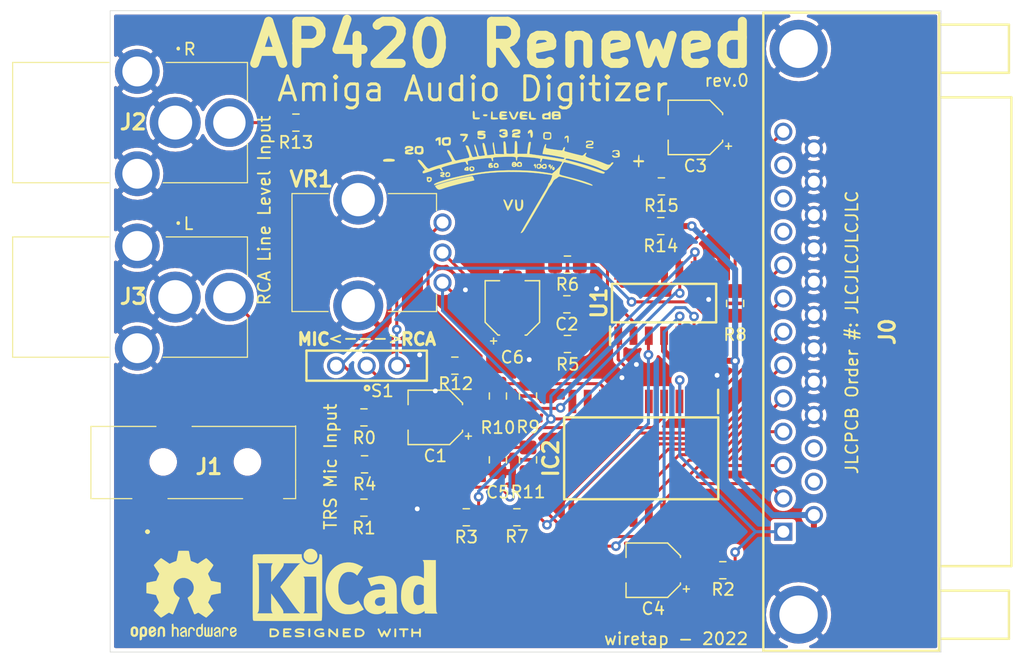
<source format=kicad_pcb>
(kicad_pcb (version 20171130) (host pcbnew "(5.1.6)-1")
  (layers (0 F.Cu signal) (31 B.Cu signal) (34 B.Paste user) (35 F.Paste user) (36 B.SilkS user) (37 F.SilkS user) (38 B.Mask user) (39 F.Mask user) (44 Edge.Cuts user))
  (net 0 "")
  (net 1 "Net-(C1-Pad1)")
  (net 2 "Net-(C1-Pad2)")
  (net 3 "Net-(C2-Pad2)")
  (net 4 VI+)
  (net 5 GND)
  (net 6 "Net-(C3-Pad1)")
  (net 7 VCC)
  (net 8 CLK)
  (net 9 VCENT)
  (net 10 CS)
  (net 11 WR)
  (net 12 "Net-(IC2-Pad5)")
  (net 13 VI-)
  (net 14 "Net-(IC2-Pad10)")
  (net 15 DB7)
  (net 16 DB6)
  (net 17 DB5)
  (net 18 DB4)
  (net 19 DB3)
  (net 20 DB2)
  (net 21 DB1)
  (net 22 DB0)
  (net 23 CLKR)
  (net 24 "Net-(J0-Pad10)")
  (net 25 "Net-(J0-Pad11)")
  (net 26 "Net-(J0-Pad12)")
  (net 27 "Net-(J0-Pad15)")
  (net 28 "Net-(J0-Pad16)")
  (net 29 "Net-(J1-Pad1)")
  (net 30 "Net-(J1-Pad2)")
  (net 31 "Net-(J1-Pad3)")
  (net 32 "Net-(J2-Pad2)")
  (net 33 "Net-(J3-Pad2)")
  (net 34 "Net-(R0-Pad1)")
  (net 35 MIC-IN)
  (net 36 "Net-(R5-Pad1)")
  (net 37 "Net-(R7-Pad1)")
  (net 38 RCA-IN)
  (net 39 "Net-(R14-Pad2)")
  (net 40 "Net-(U1-Pad13)")
  (module SamacSys_Parts:vu-meter-logo (layer F.Cu) (at 192.9 69.8)
    (fp_text reference G*** hide)
    (fp_text value LOGO hide)
  )
  (module Symbol:KiCad-Logo2_6mm_SilkScreen (layer F.Cu) (at 178.9 104.1)
    (fp_text reference REF** hide)
    (fp_text value KiCad-Logo2_6mm_SilkScreen hide)
  )
  (module Symbol:OSHW-Logo2_9.8x8mm_SilkScreen (layer F.Cu) (at 165.5 105)
    (fp_text reference REF** hide)
    (fp_text value OSHW-Logo2_9.8x8mm_SilkScreen hide)
  )
  (module Capacitor_SMD:CP_Elec_4x5.8 (layer F.Cu) (at 186.4 90.2 180)
    (fp_text reference C1 (at 0 -3.2) (layer F.SilkS))
    (fp_text value 10u)
    (pad 1 smd roundrect (at -1.8 0 180) (size 2.6 1.6) (layers F.Cu F.Paste F.Mask) (roundrect_rratio 0.15625) (net 1 "Net-(C1-Pad1)"))
    (pad 2 smd roundrect (at 1.8 0 180) (size 2.6 1.6) (layers F.Cu F.Paste F.Mask) (roundrect_rratio 0.15625) (net 2 "Net-(C1-Pad2)"))
  )
  (module Capacitor_SMD:C_0805_2012Metric_Pad1.15x1.40mm_HandSolder (layer F.Cu) (at 197.325 80.8 180)
    (fp_text reference C2 (at 0 -1.65) (layer F.SilkS))
    (fp_text value 220p)
    (pad 2 smd roundrect (at 1.025 0 180) (size 1.15 1.4) (layers F.Cu F.Paste F.Mask) (roundrect_rratio 0.217391) (net 3 "Net-(C2-Pad2)"))
    (pad 1 smd roundrect (at -1.025 0 180) (size 1.15 1.4) (layers F.Cu F.Paste F.Mask) (roundrect_rratio 0.217391) (net 4 VI+))
  )
  (module Capacitor_SMD:CP_Elec_4x5.8 (layer F.Cu) (at 208 66.1 180)
    (fp_text reference C3 (at 0 -3.2) (layer F.SilkS))
    (fp_text value 10u)
    (pad 2 smd roundrect (at 1.8 0 180) (size 2.6 1.6) (layers F.Cu F.Paste F.Mask) (roundrect_rratio 0.15625) (net 5 GND))
    (pad 1 smd roundrect (at -1.8 0 180) (size 2.6 1.6) (layers F.Cu F.Paste F.Mask) (roundrect_rratio 0.15625) (net 6 "Net-(C3-Pad1)"))
  )
  (module Capacitor_SMD:CP_Elec_4x5.8 (layer F.Cu) (at 204.5 102.9 180)
    (fp_text reference C4 (at 0 -3.2) (layer F.SilkS))
    (fp_text value 10u)
    (pad 2 smd roundrect (at 1.8 0 180) (size 2.6 1.6) (layers F.Cu F.Paste F.Mask) (roundrect_rratio 0.15625) (net 5 GND))
    (pad 1 smd roundrect (at -1.8 0 180) (size 2.6 1.6) (layers F.Cu F.Paste F.Mask) (roundrect_rratio 0.15625) (net 7 VCC))
  )
  (module Capacitor_SMD:C_0805_2012Metric_Pad1.15x1.40mm_HandSolder (layer F.Cu) (at 191.6 93.725 270)
    (fp_text reference C5 (at 2.7 0 180) (layer F.SilkS))
    (fp_text value 100p)
    (pad 1 smd roundrect (at -1.025 0 270) (size 1.15 1.4) (layers F.Cu F.Paste F.Mask) (roundrect_rratio 0.217391) (net 8 CLK))
    (pad 2 smd roundrect (at 1.025 0 270) (size 1.15 1.4) (layers F.Cu F.Paste F.Mask) (roundrect_rratio 0.217391) (net 5 GND))
  )
  (module Capacitor_SMD:CP_Elec_4x5.8 (layer F.Cu) (at 192.8 81.1 90)
    (fp_text reference C6 (at -4.1 0 180) (layer F.SilkS))
    (fp_text value 10u)
    (pad 1 smd roundrect (at -1.8 0 90) (size 2.6 1.6) (layers F.Cu F.Paste F.Mask) (roundrect_rratio 0.15625) (net 9 VCENT))
    (pad 2 smd roundrect (at 1.8 0 90) (size 2.6 1.6) (layers F.Cu F.Paste F.Mask) (roundrect_rratio 0.15625) (net 5 GND))
  )
  (module SOIC127P1030X265-20N (layer F.Cu) (at 203.5 93.6 270)
    (fp_text reference IC2 (at 0 7.5 90) (layer F.SilkS) (effects (font (size 1.27 1.27) (thickness 0.254))))
    (fp_text value ADC0804LCWMX_NOPB hide)
    (pad 1 smd rect (at -4.725 -5.715) (size 0.65 1.95) (layers F.Cu F.Paste F.Mask) (net 10 CS))
    (pad 2 smd rect (at -4.725 -4.445) (size 0.65 1.95) (layers F.Cu F.Paste F.Mask) (net 5 GND))
    (pad 3 smd rect (at -4.725 -3.175) (size 0.65 1.95) (layers F.Cu F.Paste F.Mask) (net 11 WR))
    (pad 4 smd rect (at -4.725 -1.905) (size 0.65 1.95) (layers F.Cu F.Paste F.Mask) (net 8 CLK))
    (pad 5 smd rect (at -4.725 -0.635) (size 0.65 1.95) (layers F.Cu F.Paste F.Mask) (net 12 "Net-(IC2-Pad5)"))
    (pad 6 smd rect (at -4.725 0.635) (size 0.65 1.95) (layers F.Cu F.Paste F.Mask) (net 4 VI+))
    (pad 7 smd rect (at -4.725 1.905) (size 0.65 1.95) (layers F.Cu F.Paste F.Mask) (net 13 VI-))
    (pad 8 smd rect (at -4.725 3.175) (size 0.65 1.95) (layers F.Cu F.Paste F.Mask) (net 13 VI-))
    (pad 9 smd rect (at -4.725 4.445) (size 0.65 1.95) (layers F.Cu F.Paste F.Mask) (net 9 VCENT))
    (pad 10 smd rect (at -4.725 5.715) (size 0.65 1.95) (layers F.Cu F.Paste F.Mask) (net 14 "Net-(IC2-Pad10)"))
    (pad 11 smd rect (at 4.725 5.715) (size 0.65 1.95) (layers F.Cu F.Paste F.Mask) (net 15 DB7))
    (pad 12 smd rect (at 4.725 4.445) (size 0.65 1.95) (layers F.Cu F.Paste F.Mask) (net 16 DB6))
    (pad 13 smd rect (at 4.725 3.175) (size 0.65 1.95) (layers F.Cu F.Paste F.Mask) (net 17 DB5))
    (pad 14 smd rect (at 4.725 1.905) (size 0.65 1.95) (layers F.Cu F.Paste F.Mask) (net 18 DB4))
    (pad 15 smd rect (at 4.725 0.635) (size 0.65 1.95) (layers F.Cu F.Paste F.Mask) (net 19 DB3))
    (pad 16 smd rect (at 4.725 -0.635) (size 0.65 1.95) (layers F.Cu F.Paste F.Mask) (net 20 DB2))
    (pad 17 smd rect (at 4.725 -1.905) (size 0.65 1.95) (layers F.Cu F.Paste F.Mask) (net 21 DB1))
    (pad 18 smd rect (at 4.725 -3.175) (size 0.65 1.95) (layers F.Cu F.Paste F.Mask) (net 22 DB0))
    (pad 19 smd rect (at 4.725 -4.445) (size 0.65 1.95) (layers F.Cu F.Paste F.Mask) (net 23 CLKR))
    (pad 20 smd rect (at 4.725 -5.715) (size 0.65 1.95) (layers F.Cu F.Paste F.Mask) (net 7 VCC))
  )
  (module L717SDB25P1ACH4F (layer F.Cu) (at 215.3 99.7 90)
    (fp_text reference J0 (at 16.62 8.64 90) (layer F.SilkS) (effects (font (size 1.27 1.27) (thickness 0.254))))
    (fp_text value L717SDB25P1ACH4F hide)
    (pad 1 thru_hole rect (at 0 0 90) (size 1.5 1.5) (drill 1) (layers *.Cu *.Mask) (net 11 WR))
    (pad 2 thru_hole circle (at 2.77 0 90) (size 1.5 1.5) (drill 1) (layers *.Cu *.Mask) (net 22 DB0))
    (pad 3 thru_hole circle (at 5.54 0 90) (size 1.5 1.5) (drill 1) (layers *.Cu *.Mask) (net 21 DB1))
    (pad 4 thru_hole circle (at 8.31 0 90) (size 1.5 1.5) (drill 1) (layers *.Cu *.Mask) (net 20 DB2))
    (pad 5 thru_hole circle (at 11.08 0 90) (size 1.5 1.5) (drill 1) (layers *.Cu *.Mask) (net 19 DB3))
    (pad 6 thru_hole circle (at 13.85 0 90) (size 1.5 1.5) (drill 1) (layers *.Cu *.Mask) (net 18 DB4))
    (pad 7 thru_hole circle (at 16.62 0 90) (size 1.5 1.5) (drill 1) (layers *.Cu *.Mask) (net 17 DB5))
    (pad 8 thru_hole circle (at 19.39 0 90) (size 1.5 1.5) (drill 1) (layers *.Cu *.Mask) (net 16 DB6))
    (pad 9 thru_hole circle (at 22.16 0 90) (size 1.5 1.5) (drill 1) (layers *.Cu *.Mask) (net 15 DB7))
    (pad 10 thru_hole circle (at 24.93 0 90) (size 1.5 1.5) (drill 1) (layers *.Cu *.Mask) (net 24 "Net-(J0-Pad10)"))
    (pad 11 thru_hole circle (at 27.7 0 90) (size 1.5 1.5) (drill 1) (layers *.Cu *.Mask) (net 25 "Net-(J0-Pad11)"))
    (pad 12 thru_hole circle (at 30.47 0 90) (size 1.5 1.5) (drill 1) (layers *.Cu *.Mask) (net 26 "Net-(J0-Pad12)"))
    (pad 13 thru_hole circle (at 33.24 0 90) (size 1.5 1.5) (drill 1) (layers *.Cu *.Mask) (net 10 CS))
    (pad 14 thru_hole circle (at 1.385 2.54 90) (size 1.5 1.5) (drill 1) (layers *.Cu *.Mask) (net 7 VCC))
    (pad 15 thru_hole circle (at 4.155 2.54 90) (size 1.5 1.5) (drill 1) (layers *.Cu *.Mask) (net 27 "Net-(J0-Pad15)"))
    (pad 16 thru_hole circle (at 6.925 2.54 90) (size 1.5 1.5) (drill 1) (layers *.Cu *.Mask) (net 28 "Net-(J0-Pad16)"))
    (pad 17 thru_hole circle (at 9.695 2.54 90) (size 1.5 1.5) (drill 1) (layers *.Cu *.Mask) (net 5 GND))
    (pad 18 thru_hole circle (at 12.465 2.54 90) (size 1.5 1.5) (drill 1) (layers *.Cu *.Mask) (net 5 GND))
    (pad 19 thru_hole circle (at 15.235 2.54 90) (size 1.5 1.5) (drill 1) (layers *.Cu *.Mask) (net 5 GND))
    (pad 20 thru_hole circle (at 18.005 2.54 90) (size 1.5 1.5) (drill 1) (layers *.Cu *.Mask) (net 5 GND))
    (pad 21 thru_hole circle (at 20.775 2.54 90) (size 1.5 1.5) (drill 1) (layers *.Cu *.Mask) (net 5 GND))
    (pad 22 thru_hole circle (at 23.545 2.54 90) (size 1.5 1.5) (drill 1) (layers *.Cu *.Mask) (net 5 GND))
    (pad 23 thru_hole circle (at 26.315 2.54 90) (size 1.5 1.5) (drill 1) (layers *.Cu *.Mask) (net 5 GND))
    (pad 24 thru_hole circle (at 29.085 2.54 90) (size 1.5 1.5) (drill 1) (layers *.Cu *.Mask) (net 5 GND))
    (pad 25 thru_hole circle (at 31.855 2.54 90) (size 1.5 1.5) (drill 1) (layers *.Cu *.Mask) (net 5 GND))
    (pad MH1 thru_hole circle (at -6.9 1.27 90) (size 4.8 4.8) (drill 3.2) (layers *.Cu *.Mask) (net 5 GND))
    (pad MH2 thru_hole circle (at 40.14 1.27 90) (size 4.8 4.8) (drill 3.2) (layers *.Cu *.Mask) (net 5 GND))
  )
  (module SJ3523SMTTR (layer F.Cu) (at 160.3 93.9)
    (fp_text reference J1 (at 7.3 0.4) (layer F.SilkS) (effects (font (size 1.27 1.27) (thickness 0.254))))
    (fp_text value SJ-3523-SMT-TR hide)
    (pad 1 smd rect (at 2.4 3.7) (size 2.2 2.8) (layers F.Cu F.Paste F.Mask) (net 29 "Net-(J1-Pad1)"))
    (pad 2 smd rect (at 11.8 3.8 90) (size 2.6 2.8) (layers F.Cu F.Paste F.Mask) (net 30 "Net-(J1-Pad2)"))
    (pad 3 smd rect (at 4.4 -3.7) (size 2.2 2.8) (layers F.Cu F.Paste F.Mask) (net 31 "Net-(J1-Pad3)"))
    (pad MH1 np_thru_hole circle (at 3.5 0) (size 1.7 0) (drill 1.7) (layers *.Cu *.Mask))
    (pad MH2 np_thru_hole circle (at 10.5 0) (size 1.7 0) (drill 1.7) (layers *.Cu *.Mask))
  )
  (module RCJ042 (layer F.Cu) (at 164.8 65.7 180)
    (fp_text reference J2 (at 3.491 0.045) (layer F.SilkS) (effects (font (size 1.27 1.27) (thickness 0.254))))
    (fp_text value RCJ-042 hide)
    (pad 1 thru_hole circle (at 0 0 180) (size 4.23 4.23) (drill 2.82) (layers *.Cu *.Mask) (net 5 GND))
    (pad 2 thru_hole circle (at -4.5 0 180) (size 4.035 4.035) (drill 2.69) (layers *.Cu *.Mask) (net 32 "Net-(J2-Pad2)"))
    (pad MH1 thru_hole circle (at 3.15 -4.25 180) (size 3.72 3.72) (drill 2.48) (layers *.Cu *.Mask) (net 5 GND))
    (pad MH2 thru_hole circle (at 3.15 4.25 180) (size 3.72 3.72) (drill 2.48) (layers *.Cu *.Mask) (net 5 GND))
  )
  (module RCJ043 (layer F.Cu) (at 164.8 80.2 180)
    (fp_text reference J3 (at 3.491 0.045) (layer F.SilkS) (effects (font (size 1.27 1.27) (thickness 0.254))))
    (fp_text value RCJ-043 hide)
    (pad 1 thru_hole circle (at 0 0 180) (size 4.23 4.23) (drill 2.82) (layers *.Cu *.Mask) (net 5 GND))
    (pad 2 thru_hole circle (at -4.5 0 180) (size 4.035 4.035) (drill 2.69) (layers *.Cu *.Mask) (net 33 "Net-(J3-Pad2)"))
    (pad MH1 thru_hole circle (at 3.15 -4.25 180) (size 3.72 3.72) (drill 2.48) (layers *.Cu *.Mask) (net 5 GND))
    (pad MH2 thru_hole circle (at 3.15 4.25 180) (size 3.72 3.72) (drill 2.48) (layers *.Cu *.Mask) (net 5 GND))
  )
  (module Resistor_SMD:R_0805_2012Metric_Pad1.15x1.40mm_HandSolder (layer F.Cu) (at 180.475 90.2)
    (fp_text reference R0 (at 0.025 1.7) (layer F.SilkS))
    (fp_text value 10k)
    (pad 1 smd roundrect (at -1.025 0) (size 1.15 1.4) (layers F.Cu F.Paste F.Mask) (roundrect_rratio 0.217391) (net 34 "Net-(R0-Pad1)"))
    (pad 2 smd roundrect (at 1.025 0) (size 1.15 1.4) (layers F.Cu F.Paste F.Mask) (roundrect_rratio 0.217391) (net 31 "Net-(J1-Pad3)"))
  )
  (module Resistor_SMD:R_0805_2012Metric_Pad1.15x1.40mm_HandSolder (layer F.Cu) (at 180.475 97.7)
    (fp_text reference R1 (at 0 1.7) (layer F.SilkS))
    (fp_text value 10k)
    (pad 2 smd roundrect (at 1.025 0) (size 1.15 1.4) (layers F.Cu F.Paste F.Mask) (roundrect_rratio 0.217391) (net 30 "Net-(J1-Pad2)"))
    (pad 1 smd roundrect (at -1.025 0) (size 1.15 1.4) (layers F.Cu F.Paste F.Mask) (roundrect_rratio 0.217391) (net 34 "Net-(R0-Pad1)"))
  )
  (module Resistor_SMD:R_0805_2012Metric_Pad1.15x1.40mm_HandSolder (layer F.Cu) (at 210.275 102.9)
    (fp_text reference R2 (at 0.025 1.6) (layer F.SilkS))
    (fp_text value 2.2k)
    (pad 1 smd roundrect (at -1.025 0) (size 1.15 1.4) (layers F.Cu F.Paste F.Mask) (roundrect_rratio 0.217391) (net 7 VCC))
    (pad 2 smd roundrect (at 1.025 0) (size 1.15 1.4) (layers F.Cu F.Paste F.Mask) (roundrect_rratio 0.217391) (net 11 WR))
  )
  (module Resistor_SMD:R_0805_2012Metric_Pad1.15x1.40mm_HandSolder (layer F.Cu) (at 188.975 98.5 180)
    (fp_text reference R3 (at 0 -1.65) (layer F.SilkS))
    (fp_text value 10k)
    (pad 2 smd roundrect (at 1.025 0 180) (size 1.15 1.4) (layers F.Cu F.Paste F.Mask) (roundrect_rratio 0.217391) (net 29 "Net-(J1-Pad1)"))
    (pad 1 smd roundrect (at -1.025 0 180) (size 1.15 1.4) (layers F.Cu F.Paste F.Mask) (roundrect_rratio 0.217391) (net 9 VCENT))
  )
  (module Resistor_SMD:R_0805_2012Metric_Pad1.15x1.40mm_HandSolder (layer F.Cu) (at 180.525 94.1 180)
    (fp_text reference R4 (at 0 -1.65) (layer F.SilkS))
    (fp_text value 1M)
    (pad 1 smd roundrect (at -1.025 0 180) (size 1.15 1.4) (layers F.Cu F.Paste F.Mask) (roundrect_rratio 0.217391) (net 35 MIC-IN))
    (pad 2 smd roundrect (at 1.025 0 180) (size 1.15 1.4) (layers F.Cu F.Paste F.Mask) (roundrect_rratio 0.217391) (net 34 "Net-(R0-Pad1)"))
  )
  (module Resistor_SMD:R_0805_2012Metric_Pad1.15x1.40mm_HandSolder (layer F.Cu) (at 197.375 84.1)
    (fp_text reference R5 (at 0.025 1.7) (layer F.SilkS))
    (fp_text value 22k)
    (pad 2 smd roundrect (at 1.025 0) (size 1.15 1.4) (layers F.Cu F.Paste F.Mask) (roundrect_rratio 0.217391) (net 3 "Net-(C2-Pad2)"))
    (pad 1 smd roundrect (at -1.025 0) (size 1.15 1.4) (layers F.Cu F.Paste F.Mask) (roundrect_rratio 0.217391) (net 36 "Net-(R5-Pad1)"))
  )
  (module Resistor_SMD:R_0805_2012Metric_Pad1.15x1.40mm_HandSolder (layer F.Cu) (at 197.375 77.5 180)
    (fp_text reference R6 (at 0 -1.65) (layer F.SilkS))
    (fp_text value 100k)
    (pad 1 smd roundrect (at -1.025 0 180) (size 1.15 1.4) (layers F.Cu F.Paste F.Mask) (roundrect_rratio 0.217391) (net 4 VI+))
    (pad 2 smd roundrect (at 1.025 0 180) (size 1.15 1.4) (layers F.Cu F.Paste F.Mask) (roundrect_rratio 0.217391) (net 3 "Net-(C2-Pad2)"))
  )
  (module Resistor_SMD:R_0805_2012Metric_Pad1.15x1.40mm_HandSolder (layer F.Cu) (at 193.175 98.5 180)
    (fp_text reference R7 (at 0 -1.6) (layer F.SilkS))
    (fp_text value 22k)
    (pad 2 smd roundrect (at 1.025 0 180) (size 1.15 1.4) (layers F.Cu F.Paste F.Mask) (roundrect_rratio 0.217391) (net 9 VCENT))
    (pad 1 smd roundrect (at -1.025 0 180) (size 1.15 1.4) (layers F.Cu F.Paste F.Mask) (roundrect_rratio 0.217391) (net 37 "Net-(R7-Pad1)"))
  )
  (module Resistor_SMD:R_0805_2012Metric_Pad1.15x1.40mm_HandSolder (layer F.Cu) (at 211.3 80.725 90)
    (fp_text reference R8 (at -2.6 0 180) (layer F.SilkS))
    (fp_text value 3.3k)
    (pad 1 smd roundrect (at -1.025 0 90) (size 1.15 1.4) (layers F.Cu F.Paste F.Mask) (roundrect_rratio 0.217391) (net 7 VCC))
    (pad 2 smd roundrect (at 1.025 0 90) (size 1.15 1.4) (layers F.Cu F.Paste F.Mask) (roundrect_rratio 0.217391) (net 6 "Net-(C3-Pad1)"))
  )
  (module Resistor_SMD:R_0805_2012Metric_Pad1.15x1.40mm_HandSolder (layer F.Cu) (at 194.1 88.425 90)
    (fp_text reference R9 (at -2.575 0 180) (layer F.SilkS))
    (fp_text value 1.5k)
    (pad 2 smd roundrect (at 1.025 0 90) (size 1.15 1.4) (layers F.Cu F.Paste F.Mask) (roundrect_rratio 0.217391) (net 13 VI-))
    (pad 1 smd roundrect (at -1.025 0 90) (size 1.15 1.4) (layers F.Cu F.Paste F.Mask) (roundrect_rratio 0.217391) (net 6 "Net-(C3-Pad1)"))
  )
  (module Resistor_SMD:R_0805_2012Metric_Pad1.15x1.40mm_HandSolder (layer F.Cu) (at 191.6 88.425 270)
    (fp_text reference R10 (at 2.625 0 180) (layer F.SilkS))
    (fp_text value 470)
    (pad 1 smd roundrect (at -1.025 0 270) (size 1.15 1.4) (layers F.Cu F.Paste F.Mask) (roundrect_rratio 0.217391) (net 13 VI-))
    (pad 2 smd roundrect (at 1.025 0 270) (size 1.15 1.4) (layers F.Cu F.Paste F.Mask) (roundrect_rratio 0.217391) (net 5 GND))
  )
  (module Resistor_SMD:R_0805_2012Metric_Pad1.15x1.40mm_HandSolder (layer F.Cu) (at 194.1 93.725 90)
    (fp_text reference R11 (at -2.675 0 180) (layer F.SilkS))
    (fp_text value 1.5k)
    (pad 2 smd roundrect (at 1.025 0 90) (size 1.15 1.4) (layers F.Cu F.Paste F.Mask) (roundrect_rratio 0.217391) (net 8 CLK))
    (pad 1 smd roundrect (at -1.025 0 90) (size 1.15 1.4) (layers F.Cu F.Paste F.Mask) (roundrect_rratio 0.217391) (net 23 CLKR))
  )
  (module Resistor_SMD:R_0805_2012Metric_Pad1.15x1.40mm_HandSolder (layer F.Cu) (at 188.025 85.9)
    (fp_text reference R12 (at 0.075 1.5) (layer F.SilkS))
    (fp_text value 1k)
    (pad 2 smd roundrect (at 1.025 0) (size 1.15 1.4) (layers F.Cu F.Paste F.Mask) (roundrect_rratio 0.217391) (net 33 "Net-(J3-Pad2)"))
    (pad 1 smd roundrect (at -1.025 0) (size 1.15 1.4) (layers F.Cu F.Paste F.Mask) (roundrect_rratio 0.217391) (net 38 RCA-IN))
  )
  (module Resistor_SMD:R_0805_2012Metric_Pad1.15x1.40mm_HandSolder (layer F.Cu) (at 174.825 65.7 180)
    (fp_text reference R13 (at 0 -1.65) (layer F.SilkS))
    (fp_text value 1k)
    (pad 1 smd roundrect (at -1.025 0 180) (size 1.15 1.4) (layers F.Cu F.Paste F.Mask) (roundrect_rratio 0.217391) (net 38 RCA-IN))
    (pad 2 smd roundrect (at 1.025 0 180) (size 1.15 1.4) (layers F.Cu F.Paste F.Mask) (roundrect_rratio 0.217391) (net 32 "Net-(J2-Pad2)"))
  )
  (module Resistor_SMD:R_0805_2012Metric_Pad1.15x1.40mm_HandSolder (layer F.Cu) (at 205.125 74.3 180)
    (fp_text reference R14 (at 0 -1.65) (layer F.SilkS))
    (fp_text value 1M)
    (pad 2 smd roundrect (at 1.025 0 180) (size 1.15 1.4) (layers F.Cu F.Paste F.Mask) (roundrect_rratio 0.217391) (net 39 "Net-(R14-Pad2)"))
    (pad 1 smd roundrect (at -1.025 0 180) (size 1.15 1.4) (layers F.Cu F.Paste F.Mask) (roundrect_rratio 0.217391) (net 7 VCC))
  )
  (module Resistor_SMD:R_0805_2012Metric_Pad1.15x1.40mm_HandSolder (layer F.Cu) (at 205.175 71)
    (fp_text reference R15 (at 0 1.6) (layer F.SilkS))
    (fp_text value 1M)
    (pad 1 smd roundrect (at -1.025 0) (size 1.15 1.4) (layers F.Cu F.Paste F.Mask) (roundrect_rratio 0.217391) (net 39 "Net-(R14-Pad2)"))
    (pad 2 smd roundrect (at 1.025 0) (size 1.15 1.4) (layers F.Cu F.Paste F.Mask) (roundrect_rratio 0.217391) (net 5 GND))
  )
  (module 450301014042 (layer F.Cu) (at 178.7 87.9 180)
    (fp_text reference S1 (at -3.3 -0.1) (layer F.SilkS))
    (fp_text value 450301014042 hide)
    (pad 1 thru_hole circle (at -2 2 180) (size 1.5 1.5) (drill 1) (layers *.Cu *.Mask) (net 2 "Net-(C1-Pad2)"))
    (pad 2 thru_hole circle (at -4.54 2 180) (size 1.5 1.5) (drill 1) (layers *.Cu *.Mask) (net 38 RCA-IN))
    (pad 3 thru_hole circle (at 0.54 2 180) (size 1.5 1.5) (drill 1) (layers *.Cu *.Mask) (net 35 MIC-IN))
  )
  (module SamacSys_Parts:SOIC127P600X175-14N (layer F.Cu) (at 205.4 80.7 90)
    (fp_text reference U1 (at 0 -5.4 90) (layer F.SilkS) (effects (font (size 1.27 1.27) (thickness 0.254))))
    (fp_text value LM324DR hide)
    (pad 1 smd rect (at -2.712 -3.81 180) (size 0.65 1.525) (layers F.Cu F.Paste F.Mask) (net 4 VI+))
    (pad 2 smd rect (at -2.712 -2.54 180) (size 0.65 1.525) (layers F.Cu F.Paste F.Mask) (net 3 "Net-(C2-Pad2)"))
    (pad 3 smd rect (at -2.712 -1.27 180) (size 0.65 1.525) (layers F.Cu F.Paste F.Mask) (net 37 "Net-(R7-Pad1)"))
    (pad 4 smd rect (at -2.712 0 180) (size 0.65 1.525) (layers F.Cu F.Paste F.Mask) (net 7 VCC))
    (pad 5 smd rect (at -2.712 1.27 180) (size 0.65 1.525) (layers F.Cu F.Paste F.Mask) (net 29 "Net-(J1-Pad1)"))
    (pad 6 smd rect (at -2.712 2.54 180) (size 0.65 1.525) (layers F.Cu F.Paste F.Mask) (net 34 "Net-(R0-Pad1)"))
    (pad 7 smd rect (at -2.712 3.81 180) (size 0.65 1.525) (layers F.Cu F.Paste F.Mask) (net 35 MIC-IN))
    (pad 8 smd rect (at 2.712 3.81 180) (size 0.65 1.525) (layers F.Cu F.Paste F.Mask) (net 9 VCENT))
    (pad 9 smd rect (at 2.712 2.54 180) (size 0.65 1.525) (layers F.Cu F.Paste F.Mask) (net 9 VCENT))
    (pad 10 smd rect (at 2.712 1.27 180) (size 0.65 1.525) (layers F.Cu F.Paste F.Mask) (net 6 "Net-(C3-Pad1)"))
    (pad 11 smd rect (at 2.712 0 180) (size 0.65 1.525) (layers F.Cu F.Paste F.Mask) (net 5 GND))
    (pad 12 smd rect (at 2.712 -1.27 180) (size 0.65 1.525) (layers F.Cu F.Paste F.Mask) (net 39 "Net-(R14-Pad2)"))
    (pad 13 smd rect (at 2.712 -2.54 180) (size 0.65 1.525) (layers F.Cu F.Paste F.Mask) (net 40 "Net-(U1-Pad13)"))
    (pad 14 smd rect (at 2.712 -3.81 180) (size 0.65 1.525) (layers F.Cu F.Paste F.Mask) (net 40 "Net-(U1-Pad13)"))
  )
  (module RK09D1130C1B (layer F.Cu) (at 181.125 76.5 90)
    (fp_text reference VR1 (at 6.1 -5.025) (layer F.SilkS) (effects (font (size 1.27 1.27) (thickness 0.254))))
    (fp_text value RK09D1130C1B hide)
    (pad 1 thru_hole circle (at -2.5 5.875 90) (size 1.5 1.5) (drill 1) (layers *.Cu *.Mask) (net 9 VCENT))
    (pad 2 thru_hole circle (at 0 5.875 90) (size 1.5 1.5) (drill 1) (layers *.Cu *.Mask) (net 36 "Net-(R5-Pad1)"))
    (pad 3 thru_hole circle (at 2.5 5.875 90) (size 1.5 1.5) (drill 1) (layers *.Cu *.Mask) (net 1 "Net-(C1-Pad1)"))
    (pad MH1 thru_hole circle (at -4.4 -1.125 90) (size 4.149 4.149) (drill 2.7659) (layers *.Cu *.Mask) (net 5 GND))
    (pad MH2 thru_hole circle (at 4.4 -1.125 90) (size 4.149 4.149) (drill 2.7659) (layers *.Cu *.Mask) (net 5 GND))
  )
  (gr_text "Amiga Audio Digitizer" (at 189.5 62.9) (layer F.SilkS) (effects (font (size 2 2) (thickness 0.25))))
  (gr_text rev.0 (at 210.6 62.2) (layer F.SilkS) (effects (font (size 1 1))))
  (gr_text "RCA Line Level Input" (at 172.2 73 90) (layer F.SilkS) (effects (font (size 1 1))))
  (gr_text "TRS Mic Input" (at 177.7 94.3 90) (layer F.SilkS) (effects (font (size 1 1))))
  (gr_text L (at 165.9 74.1) (layer F.SilkS) (effects (font (size 1 1))))
  (gr_text R (at 166 59.6) (layer F.SilkS) (effects (font (size 1 1))))
  (gr_text "AP420 Renewed" (at 191.9 59.2) (layer F.SilkS) (effects (font (size 3.5 3.5) (thickness 0.75))))
  (gr_text "wiretap - 2022" (at 206.4 108.6) (layer F.SilkS) (effects (font (size 1 1))))
  (gr_text <---> (at 180.6 83.6) (layer F.SilkS) (effects (font (size 1 1))))
  (gr_text RCA (at 185 83.7) (layer F.SilkS) (effects (font (size 1 1) (thickness 0.25))))
  (gr_text MIC (at 176.3 83.7) (layer F.SilkS) (effects (font (size 1 1) (thickness 0.25))))
  (gr_text JLCJLCJLCJLC (at 221 76.5 90) (layer F.SilkS) (effects (font (size 1 1))))
  (gr_text "JLCPCB Order #:" (at 221 88.6 90) (layer F.SilkS) (effects (font (size 1 1))))
  (gr_line (start 228.4 56.4) (end 159.4 56.4) (layer Edge.Cuts) (width 0.05))
  (gr_line (start 159.4 109.7) (end 159.4 56.4) (layer Edge.Cuts) (width 0.05))
  (gr_line (start 228.4 109.7) (end 159.4 109.7) (layer Edge.Cuts) (width 0.05))
  (gr_line (start 228.4 56.4) (end 228.4 109.7) (layer Edge.Cuts) (width 0.05))
  (segment (start 190.2 88.2) (end 188.2 90.2) (width 0.25) (layer F.Cu) (net 1))
  (segment (start 190.2 85.1) (end 190.2 88.2) (width 0.25) (layer F.Cu) (net 1))
  (segment (start 185.8 80.7) (end 190.2 85.1) (width 0.25) (layer F.Cu) (net 1))
  (segment (start 187 74) (end 185.8 75.2) (width 0.25) (layer F.Cu) (net 1))
  (segment (start 185.8 75.2) (end 185.8 80.7) (width 0.25) (layer F.Cu) (net 1))
  (segment (start 184.6 89.8) (end 184.6 90.2) (width 0.25) (layer F.Cu) (net 2))
  (segment (start 180.7 85.9) (end 184.6 89.8) (width 0.25) (layer F.Cu) (net 2))
  (segment (start 196.35 80.75) (end 196.3 80.8) (width 0.25) (layer F.Cu) (net 3))
  (segment (start 196.35 77.5) (end 196.35 80.75) (width 0.25) (layer F.Cu) (net 3))
  (segment (start 196.3 82) (end 198.4 84.1) (width 0.25) (layer F.Cu) (net 3))
  (segment (start 196.3 80.8) (end 196.3 82) (width 0.25) (layer F.Cu) (net 3))
  (segment (start 197.55 76.3) (end 196.35 77.5) (width 0.25) (layer F.Cu) (net 3))
  (segment (start 202.86 82.26) (end 200.7 80.1) (width 0.25) (layer F.Cu) (net 3))
  (segment (start 202.86 83.412) (end 202.86 82.26) (width 0.25) (layer F.Cu) (net 3))
  (segment (start 200.7 80.1) (end 200.7 77.9) (width 0.25) (layer F.Cu) (net 3))
  (segment (start 200.7 77.9) (end 199.1 76.3) (width 0.25) (layer F.Cu) (net 3))
  (segment (start 199.1 76.3) (end 197.55 76.3) (width 0.25) (layer F.Cu) (net 3))
  (segment (start 198.4 80.75) (end 198.35 80.8) (width 0.25) (layer F.Cu) (net 4))
  (segment (start 198.4 77.5) (end 198.4 80.75) (width 0.25) (layer F.Cu) (net 4))
  (segment (start 198.35 80.8) (end 200.5 80.8) (width 0.25) (layer F.Cu) (net 4))
  (segment (start 201.59 81.89) (end 201.59 83.412) (width 0.25) (layer F.Cu) (net 4))
  (segment (start 200.5 80.8) (end 201.59 81.89) (width 0.25) (layer F.Cu) (net 4))
  (segment (start 202.865 86.665) (end 202.865 88.875) (width 0.25) (layer F.Cu) (net 4))
  (segment (start 201.59 83.412) (end 201.59 85.39) (width 0.25) (layer F.Cu) (net 4))
  (segment (start 201.59 85.39) (end 202.865 86.665) (width 0.25) (layer F.Cu) (net 4))
  (via (at 186.4 88) (size 0.8) (drill 0.4) (layers F.Cu B.Cu) (net 5))
  (via (at 184.9 97.8) (size 0.8) (drill 0.4) (layers F.Cu B.Cu) (net 5))
  (via (at 201.9 86.9) (size 0.8) (drill 0.4) (layers F.Cu B.Cu) (net 5))
  (via (at 209.8 86.7) (size 0.8) (drill 0.4) (layers F.Cu B.Cu) (net 5))
  (via (at 194.2 85.4) (size 0.8) (drill 0.4) (layers F.Cu B.Cu) (net 5))
  (via (at 203.1 85.8) (size 0.8) (drill 0.4) (layers F.Cu B.Cu) (net 5))
  (via (at 209.1 80.4) (size 0.8) (drill 0.4) (layers F.Cu B.Cu) (net 5))
  (via (at 199.8 79.5) (size 0.8) (drill 0.4) (layers F.Cu B.Cu) (net 5))
  (via (at 188.9 79.6) (size 0.8) (drill 0.4) (layers F.Cu B.Cu) (net 5))
  (via (at 185.1 85) (size 0.8) (drill 0.4) (layers F.Cu B.Cu) (net 5))
  (segment (start 209.8 66.1) (end 209.8 73.6) (width 0.25) (layer F.Cu) (net 6))
  (segment (start 206.67 76.73) (end 206.67 77.988) (width 0.25) (layer F.Cu) (net 6))
  (segment (start 209.8 73.6) (end 206.67 76.73) (width 0.25) (layer F.Cu) (net 6))
  (segment (start 211.3 75.1) (end 209.8 73.6) (width 0.25) (layer F.Cu) (net 6))
  (segment (start 211.3 79.7) (end 211.3 75.1) (width 0.25) (layer F.Cu) (net 6))
  (via (at 196.8 89.4) (size 0.8) (drill 0.4) (layers F.Cu B.Cu) (net 6))
  (segment (start 194.1 89.45) (end 196.75 89.45) (width 0.25) (layer F.Cu) (net 6))
  (segment (start 196.75 89.45) (end 196.8 89.4) (width 0.25) (layer F.Cu) (net 6))
  (via (at 206.7 79.875) (size 0.8) (drill 0.4) (layers F.Cu B.Cu) (net 6))
  (segment (start 196.8 89.4) (end 206.325 79.875) (width 0.25) (layer B.Cu) (net 6))
  (segment (start 206.325 79.875) (end 206.7 79.875) (width 0.25) (layer B.Cu) (net 6))
  (segment (start 206.7 78.018) (end 206.67 77.988) (width 0.25) (layer F.Cu) (net 6))
  (segment (start 206.7 79.875) (end 206.7 78.018) (width 0.25) (layer F.Cu) (net 6))
  (segment (start 209.215 102.865) (end 209.25 102.9) (width 0.5) (layer F.Cu) (net 7))
  (segment (start 209.215 98.325) (end 209.215 102.865) (width 0.5) (layer F.Cu) (net 7))
  (segment (start 209.25 102.9) (end 206.3 102.9) (width 0.5) (layer F.Cu) (net 7))
  (via (at 211.3 85.499996) (size 0.8) (drill 0.4) (layers F.Cu B.Cu) (net 7))
  (segment (start 211.3 81.75) (end 211.3 85.499996) (width 0.5) (layer F.Cu) (net 7))
  (segment (start 214.415 98.315) (end 211.3 95.2) (width 0.5) (layer B.Cu) (net 7))
  (segment (start 217.84 98.315) (end 214.415 98.315) (width 0.5) (layer B.Cu) (net 7))
  (segment (start 211.3 95.2) (end 211.3 85.499996) (width 0.5) (layer B.Cu) (net 7))
  (segment (start 206.225496 85.499996) (end 205.4 84.6745) (width 0.5) (layer F.Cu) (net 7))
  (segment (start 205.4 84.6745) (end 205.4 83.412) (width 0.5) (layer F.Cu) (net 7))
  (segment (start 211.3 85.499996) (end 206.225496 85.499996) (width 0.5) (layer F.Cu) (net 7))
  (segment (start 210 104.3) (end 209.25 103.55) (width 0.5) (layer F.Cu) (net 7))
  (segment (start 209.25 103.55) (end 209.25 102.9) (width 0.5) (layer F.Cu) (net 7))
  (segment (start 217.84 98.315) (end 217.84 99.96) (width 0.5) (layer F.Cu) (net 7))
  (segment (start 213.5 104.3) (end 210 104.3) (width 0.5) (layer F.Cu) (net 7))
  (segment (start 217.84 99.96) (end 213.5 104.3) (width 0.5) (layer F.Cu) (net 7))
  (via (at 207.7 74.3) (size 0.8) (drill 0.4) (layers F.Cu B.Cu) (net 7))
  (segment (start 211.3 85.499996) (end 211.3 77.9) (width 0.5) (layer B.Cu) (net 7))
  (segment (start 211.3 77.9) (end 207.7 74.3) (width 0.5) (layer B.Cu) (net 7))
  (segment (start 207.7 74.3) (end 206.15 74.3) (width 0.5) (layer F.Cu) (net 7))
  (segment (start 194.1 92.125) (end 195.17501 91.04999) (width 0.25) (layer F.Cu) (net 8))
  (segment (start 194.1 92.7) (end 194.1 92.125) (width 0.25) (layer F.Cu) (net 8))
  (segment (start 204.45501 91.04999) (end 205.405 90.1) (width 0.25) (layer F.Cu) (net 8))
  (segment (start 205.405 90.1) (end 205.405 88.875) (width 0.25) (layer F.Cu) (net 8))
  (segment (start 195.17501 91.04999) (end 204.45501 91.04999) (width 0.25) (layer F.Cu) (net 8))
  (segment (start 191.6 92.7) (end 194.1 92.7) (width 0.25) (layer F.Cu) (net 8))
  (segment (start 190 98.5) (end 192.15 98.5) (width 0.25) (layer F.Cu) (net 9))
  (segment (start 187 79) (end 190.9 82.9) (width 0.25) (layer F.Cu) (net 9))
  (segment (start 190.9 82.9) (end 192.8 82.9) (width 0.25) (layer F.Cu) (net 9))
  (segment (start 208.2 79.4) (end 207.94 79.14) (width 0.25) (layer F.Cu) (net 9))
  (segment (start 209 79.4) (end 208.2 79.4) (width 0.25) (layer F.Cu) (net 9))
  (segment (start 207.94 79.14) (end 207.94 77.988) (width 0.25) (layer F.Cu) (net 9))
  (segment (start 209.21 77.988) (end 209.21 79.19) (width 0.25) (layer F.Cu) (net 9))
  (segment (start 209.21 79.19) (end 209 79.4) (width 0.25) (layer F.Cu) (net 9))
  (via (at 196 90.32499) (size 0.8) (drill 0.4) (layers F.Cu B.Cu) (net 9))
  (segment (start 198.83001 90.32499) (end 196 90.32499) (width 0.25) (layer F.Cu) (net 9))
  (segment (start 199.055 88.875) (end 199.055 90.1) (width 0.25) (layer F.Cu) (net 9))
  (segment (start 199.055 90.1) (end 198.83001 90.32499) (width 0.25) (layer F.Cu) (net 9))
  (segment (start 196 90.32499) (end 187 81.32499) (width 0.25) (layer B.Cu) (net 9))
  (segment (start 187 81.32499) (end 187 79) (width 0.25) (layer B.Cu) (net 9))
  (via (at 207.962653 76.462653) (size 0.8) (drill 0.4) (layers F.Cu B.Cu) (net 9))
  (segment (start 196 90.32499) (end 196 88.425306) (width 0.25) (layer B.Cu) (net 9))
  (segment (start 196 88.425306) (end 207.962653 76.462653) (width 0.25) (layer B.Cu) (net 9))
  (segment (start 207.962653 77.965347) (end 207.94 77.988) (width 0.25) (layer F.Cu) (net 9))
  (segment (start 207.962653 76.462653) (end 207.962653 77.965347) (width 0.25) (layer F.Cu) (net 9))
  (segment (start 196 90.32499) (end 190 96.32499) (width 0.25) (layer B.Cu) (net 9))
  (via (at 190 96.8) (size 0.8) (drill 0.4) (layers F.Cu B.Cu) (net 9))
  (segment (start 190 96.32499) (end 190 96.8) (width 0.25) (layer B.Cu) (net 9))
  (segment (start 190 96.8) (end 190 98.5) (width 0.25) (layer F.Cu) (net 9))
  (segment (start 212.34999 69.41001) (end 215.3 66.46) (width 0.25) (layer F.Cu) (net 10))
  (segment (start 212.34999 85.74001) (end 212.34999 69.41001) (width 0.25) (layer F.Cu) (net 10))
  (segment (start 209.215 88.875) (end 212.34999 85.74001) (width 0.25) (layer F.Cu) (net 10))
  (via (at 211.3 101.4) (size 0.8) (drill 0.4) (layers F.Cu B.Cu) (net 11))
  (segment (start 215.3 99.7) (end 213 99.7) (width 0.25) (layer B.Cu) (net 11))
  (segment (start 213 99.7) (end 211.3 101.4) (width 0.25) (layer B.Cu) (net 11))
  (segment (start 211.3 101.4) (end 211.3 102.9) (width 0.25) (layer F.Cu) (net 11))
  (segment (start 213 99.7) (end 206.7 93.4) (width 0.25) (layer B.Cu) (net 11))
  (via (at 206.7 87.1) (size 0.8) (drill 0.4) (layers F.Cu B.Cu) (net 11))
  (segment (start 206.7 93.4) (end 206.7 87.1) (width 0.25) (layer B.Cu) (net 11))
  (segment (start 206.7 88.85) (end 206.675 88.875) (width 0.25) (layer F.Cu) (net 11))
  (segment (start 206.7 87.1) (end 206.7 88.85) (width 0.25) (layer F.Cu) (net 11))
  (segment (start 200.075 87.4) (end 194.1 87.4) (width 0.25) (layer F.Cu) (net 13))
  (segment (start 200.325 87.65) (end 200.075 87.4) (width 0.25) (layer F.Cu) (net 13))
  (segment (start 200.325 88.875) (end 200.325 87.65) (width 0.25) (layer F.Cu) (net 13))
  (segment (start 194.1 87.4) (end 191.6 87.4) (width 0.25) (layer F.Cu) (net 13))
  (segment (start 200.325 90.125) (end 200.325 88.875) (width 0.25) (layer F.Cu) (net 13))
  (segment (start 200.6 90.4) (end 200.325 90.125) (width 0.25) (layer F.Cu) (net 13))
  (segment (start 201.3 90.4) (end 200.6 90.4) (width 0.25) (layer F.Cu) (net 13))
  (segment (start 201.595 88.875) (end 201.595 90.105) (width 0.25) (layer F.Cu) (net 13))
  (segment (start 201.595 90.105) (end 201.3 90.4) (width 0.25) (layer F.Cu) (net 13))
  (segment (start 212.8 80.04) (end 215.3 77.54) (width 0.25) (layer F.Cu) (net 15))
  (segment (start 197.785 98.325) (end 197.785 97.1) (width 0.25) (layer F.Cu) (net 15))
  (segment (start 212.8 88.5) (end 212.8 80.04) (width 0.25) (layer F.Cu) (net 15))
  (segment (start 197.785 97.1) (end 203.385 91.5) (width 0.25) (layer F.Cu) (net 15))
  (segment (start 203.385 91.5) (end 209.8 91.5) (width 0.25) (layer F.Cu) (net 15))
  (segment (start 209.8 91.5) (end 212.8 88.5) (width 0.25) (layer F.Cu) (net 15))
  (segment (start 213.250011 82.359989) (end 215.3 80.31) (width 0.25) (layer F.Cu) (net 16))
  (segment (start 213.250011 88.6864) (end 213.250011 82.359989) (width 0.25) (layer F.Cu) (net 16))
  (segment (start 204.204989 91.950011) (end 209.9864 91.950011) (width 0.25) (layer F.Cu) (net 16))
  (segment (start 199.055 97.1) (end 204.204989 91.950011) (width 0.25) (layer F.Cu) (net 16))
  (segment (start 199.055 98.325) (end 199.055 97.1) (width 0.25) (layer F.Cu) (net 16))
  (segment (start 209.9864 91.950011) (end 213.250011 88.6864) (width 0.25) (layer F.Cu) (net 16))
  (segment (start 204.999978 92.400022) (end 210.1728 92.400022) (width 0.25) (layer F.Cu) (net 17))
  (segment (start 213.700022 84.679978) (end 215.3 83.08) (width 0.25) (layer F.Cu) (net 17))
  (segment (start 200.325 98.325) (end 200.325 97.075) (width 0.25) (layer F.Cu) (net 17))
  (segment (start 210.1728 92.400022) (end 213.700022 88.8728) (width 0.25) (layer F.Cu) (net 17))
  (segment (start 213.700022 88.8728) (end 213.700022 84.679978) (width 0.25) (layer F.Cu) (net 17))
  (segment (start 200.325 97.075) (end 204.999978 92.400022) (width 0.25) (layer F.Cu) (net 17))
  (segment (start 210.3592 92.850033) (end 214.150033 89.0592) (width 0.25) (layer F.Cu) (net 18))
  (segment (start 214.150033 89.0592) (end 214.150033 86.999967) (width 0.25) (layer F.Cu) (net 18))
  (segment (start 205.749967 92.850033) (end 210.3592 92.850033) (width 0.25) (layer F.Cu) (net 18))
  (segment (start 201.595 98.325) (end 201.595 97.005) (width 0.25) (layer F.Cu) (net 18))
  (segment (start 201.595 97.005) (end 205.749967 92.850033) (width 0.25) (layer F.Cu) (net 18))
  (segment (start 214.150033 86.999967) (end 215.3 85.85) (width 0.25) (layer F.Cu) (net 18))
  (segment (start 210.619956 93.300044) (end 214.550001 89.369999) (width 0.25) (layer F.Cu) (net 19))
  (segment (start 202.865 98.325) (end 202.865 97.1) (width 0.25) (layer F.Cu) (net 19))
  (segment (start 214.550001 89.369999) (end 215.3 88.62) (width 0.25) (layer F.Cu) (net 19))
  (segment (start 206.664956 93.300044) (end 210.619956 93.300044) (width 0.25) (layer F.Cu) (net 19))
  (segment (start 202.865 97.1) (end 206.664956 93.300044) (width 0.25) (layer F.Cu) (net 19))
  (segment (start 213.166411 91.39) (end 214.23934 91.39) (width 0.25) (layer F.Cu) (net 20))
  (segment (start 204.135 97.1) (end 207.484945 93.750055) (width 0.25) (layer F.Cu) (net 20))
  (segment (start 214.23934 91.39) (end 215.3 91.39) (width 0.25) (layer F.Cu) (net 20))
  (segment (start 210.806356 93.750055) (end 213.166411 91.39) (width 0.25) (layer F.Cu) (net 20))
  (segment (start 207.484945 93.750055) (end 210.806356 93.750055) (width 0.25) (layer F.Cu) (net 20))
  (segment (start 204.135 98.325) (end 204.135 97.1) (width 0.25) (layer F.Cu) (net 20))
  (segment (start 208.304934 94.200066) (end 215.259934 94.200066) (width 0.25) (layer F.Cu) (net 21))
  (segment (start 215.259934 94.200066) (end 215.3 94.16) (width 0.25) (layer F.Cu) (net 21))
  (segment (start 205.405 98.325) (end 205.405 97.1) (width 0.25) (layer F.Cu) (net 21))
  (segment (start 205.405 97.1) (end 208.304934 94.200066) (width 0.25) (layer F.Cu) (net 21))
  (segment (start 206.675 97.1) (end 208.075 95.7) (width 0.25) (layer F.Cu) (net 22))
  (segment (start 206.675 98.325) (end 206.675 97.1) (width 0.25) (layer F.Cu) (net 22))
  (segment (start 214.07 95.7) (end 215.3 96.93) (width 0.25) (layer F.Cu) (net 22))
  (segment (start 208.075 95.7) (end 214.07 95.7) (width 0.25) (layer F.Cu) (net 22))
  (segment (start 194.1 96.525002) (end 197.674998 100.1) (width 0.25) (layer F.Cu) (net 23))
  (segment (start 194.1 94.75) (end 194.1 96.525002) (width 0.25) (layer F.Cu) (net 23))
  (segment (start 207.395 100.1) (end 207.945 99.55) (width 0.25) (layer F.Cu) (net 23))
  (segment (start 207.945 99.55) (end 207.945 98.325) (width 0.25) (layer F.Cu) (net 23))
  (segment (start 197.674998 100.1) (end 207.395 100.1) (width 0.25) (layer F.Cu) (net 23))
  (segment (start 165.1 100) (end 162.7 97.6) (width 0.25) (layer F.Cu) (net 29))
  (segment (start 187.95 98.5) (end 186.45 100) (width 0.25) (layer F.Cu) (net 29))
  (segment (start 186.45 100) (end 165.1 100) (width 0.25) (layer F.Cu) (net 29))
  (via (at 201.4 100.9) (size 0.8) (drill 0.4) (layers F.Cu B.Cu) (net 29))
  (segment (start 187.95 98.5) (end 190.35 100.9) (width 0.25) (layer F.Cu) (net 29))
  (segment (start 190.35 100.9) (end 201.4 100.9) (width 0.25) (layer F.Cu) (net 29))
  (via (at 206.7 81.8) (size 0.8) (drill 0.4) (layers F.Cu B.Cu) (net 29))
  (segment (start 206.7 83.382) (end 206.67 83.412) (width 0.25) (layer F.Cu) (net 29))
  (segment (start 206.7 81.8) (end 206.7 83.382) (width 0.25) (layer F.Cu) (net 29))
  (segment (start 201.4 100.9) (end 205.4 96.9) (width 0.25) (layer B.Cu) (net 29))
  (segment (start 205.4 83.1) (end 206.7 81.8) (width 0.25) (layer B.Cu) (net 29))
  (segment (start 205.4 96.9) (end 205.4 83.1) (width 0.25) (layer B.Cu) (net 29))
  (segment (start 172.1 97.7) (end 173.94999 99.54999) (width 0.25) (layer F.Cu) (net 30))
  (segment (start 179.65001 99.54999) (end 181.5 97.7) (width 0.25) (layer F.Cu) (net 30))
  (segment (start 173.94999 99.54999) (end 179.65001 99.54999) (width 0.25) (layer F.Cu) (net 30))
  (segment (start 179.9 88.6) (end 181.5 90.2) (width 0.25) (layer F.Cu) (net 31))
  (segment (start 164.7 90.2) (end 166.3 88.6) (width 0.25) (layer F.Cu) (net 31))
  (segment (start 166.3 88.6) (end 179.9 88.6) (width 0.25) (layer F.Cu) (net 31))
  (segment (start 169.3 65.7) (end 173.8 65.7) (width 0.25) (layer F.Cu) (net 32))
  (segment (start 173.3 84.2) (end 169.3 80.2) (width 0.25) (layer F.Cu) (net 33))
  (segment (start 189.05 85.9) (end 187.35 84.2) (width 0.25) (layer F.Cu) (net 33))
  (segment (start 187.35 84.2) (end 173.3 84.2) (width 0.25) (layer F.Cu) (net 33))
  (segment (start 179.45 94.05) (end 179.5 94.1) (width 0.25) (layer F.Cu) (net 34))
  (segment (start 179.45 90.2) (end 179.45 94.05) (width 0.25) (layer F.Cu) (net 34))
  (segment (start 179.5 97.65) (end 179.45 97.7) (width 0.25) (layer F.Cu) (net 34))
  (segment (start 179.5 94.1) (end 179.5 97.65) (width 0.25) (layer F.Cu) (net 34))
  (via (at 192.6 96.8) (size 0.8) (drill 0.4) (layers F.Cu B.Cu) (net 34))
  (via (at 207.887347 81.812653) (size 0.8) (drill 0.4) (layers F.Cu B.Cu) (net 34))
  (segment (start 207.149693 81.074999) (end 207.887347 81.812653) (width 0.25) (layer B.Cu) (net 34))
  (segment (start 206.351999 81.074999) (end 207.149693 81.074999) (width 0.25) (layer B.Cu) (net 34))
  (segment (start 192.6 96.8) (end 192.6 94.826998) (width 0.25) (layer B.Cu) (net 34))
  (segment (start 192.6 94.826998) (end 206.351999 81.074999) (width 0.25) (layer B.Cu) (net 34))
  (segment (start 207.887347 83.359347) (end 207.94 83.412) (width 0.25) (layer F.Cu) (net 34))
  (segment (start 207.887347 81.812653) (end 207.887347 83.359347) (width 0.25) (layer F.Cu) (net 34))
  (segment (start 191.8 96) (end 192.6 96.8) (width 0.25) (layer F.Cu) (net 34))
  (segment (start 179.45 97.7) (end 181.15 96) (width 0.25) (layer F.Cu) (net 34))
  (segment (start 181.15 96) (end 191.8 96) (width 0.25) (layer F.Cu) (net 34))
  (segment (start 182.7 89.81181) (end 182.7 92.95) (width 0.25) (layer F.Cu) (net 35))
  (segment (start 178.16 85.9) (end 178.78819 85.9) (width 0.25) (layer F.Cu) (net 35))
  (segment (start 182.7 92.95) (end 181.55 94.1) (width 0.25) (layer F.Cu) (net 35))
  (segment (start 178.78819 85.9) (end 182.7 89.81181) (width 0.25) (layer F.Cu) (net 35))
  (via (at 202.7 80.6) (size 0.8) (drill 0.4) (layers F.Cu B.Cu) (net 35))
  (segment (start 209.21 82.11) (end 209.21 83.412) (width 0.25) (layer F.Cu) (net 35))
  (segment (start 202.7 80.6) (end 207.7 80.6) (width 0.25) (layer F.Cu) (net 35))
  (segment (start 207.7 80.6) (end 209.21 82.11) (width 0.25) (layer F.Cu) (net 35))
  (segment (start 199.9 77.8) (end 202.7 80.6) (width 0.25) (layer B.Cu) (net 35))
  (segment (start 186.608998 77.8) (end 199.9 77.8) (width 0.25) (layer B.Cu) (net 35))
  (segment (start 178.16 85.9) (end 178.508998 85.9) (width 0.25) (layer B.Cu) (net 35))
  (segment (start 178.508998 85.9) (end 186.608998 77.8) (width 0.25) (layer B.Cu) (net 35))
  (segment (start 196.35 83.4) (end 196.35 84.1) (width 0.25) (layer F.Cu) (net 36))
  (segment (start 194.05 81.1) (end 196.35 83.4) (width 0.25) (layer F.Cu) (net 36))
  (segment (start 187 76.5) (end 191.6 81.1) (width 0.25) (layer F.Cu) (net 36))
  (segment (start 191.6 81.1) (end 194.05 81.1) (width 0.25) (layer F.Cu) (net 36))
  (segment (start 194.2 98.5) (end 195.049692 98.5) (width 0.25) (layer F.Cu) (net 37))
  (via (at 195.674846 99.125154) (size 0.8) (drill 0.4) (layers F.Cu B.Cu) (net 37))
  (segment (start 195.049692 98.5) (end 195.674846 99.125154) (width 0.25) (layer F.Cu) (net 37))
  (via (at 204.1 85) (size 0.8) (drill 0.4) (layers F.Cu B.Cu) (net 37))
  (segment (start 195.674846 99.125154) (end 204.1 90.7) (width 0.25) (layer B.Cu) (net 37))
  (segment (start 204.1 90.7) (end 204.1 85) (width 0.25) (layer B.Cu) (net 37))
  (segment (start 204.1 83.442) (end 204.13 83.412) (width 0.25) (layer F.Cu) (net 37))
  (segment (start 204.1 85) (end 204.1 83.442) (width 0.25) (layer F.Cu) (net 37))
  (segment (start 183.24 85.9) (end 187 85.9) (width 0.25) (layer F.Cu) (net 38))
  (via (at 183.2 82.9) (size 0.8) (drill 0.4) (layers F.Cu B.Cu) (net 38))
  (segment (start 183.2 85.86) (end 183.24 85.9) (width 0.25) (layer B.Cu) (net 38))
  (segment (start 183.2 82.9) (end 183.2 85.86) (width 0.25) (layer B.Cu) (net 38))
  (segment (start 183.2 70.9) (end 183.2 82.9) (width 0.25) (layer F.Cu) (net 38))
  (segment (start 175.85 65.7) (end 178 65.7) (width 0.25) (layer F.Cu) (net 38))
  (segment (start 178 65.7) (end 183.2 70.9) (width 0.25) (layer F.Cu) (net 38))
  (segment (start 204.15 74.25) (end 204.1 74.3) (width 0.25) (layer F.Cu) (net 39))
  (segment (start 204.15 71) (end 204.15 74.25) (width 0.25) (layer F.Cu) (net 39))
  (segment (start 204.1 77.958) (end 204.13 77.988) (width 0.25) (layer F.Cu) (net 39))
  (segment (start 204.1 74.3) (end 204.1 77.958) (width 0.25) (layer F.Cu) (net 39))
  (segment (start 202.86 77.988) (end 202.86 78.94) (width 0.25) (layer F.Cu) (net 40))
  (segment (start 202.86 78.94) (end 202.5 79.3) (width 0.25) (layer F.Cu) (net 40))
  (segment (start 202.5 79.3) (end 201.9 79.3) (width 0.25) (layer F.Cu) (net 40))
  (segment (start 201.59 78.99) (end 201.59 77.988) (width 0.25) (layer F.Cu) (net 40))
  (segment (start 201.9 79.3) (end 201.59 78.99) (width 0.25) (layer F.Cu) (net 40))
  (zone (net 5) (net_name GND) (layer F.Cu) (connect_pads (clearance 0.3)) (min_thickness 0.254) (fill yes (arc_segments 32) (thermal_gap 0.3) (thermal_bridge_width 0.508))
    (polygon (pts (xy 228.8 110.1) (xy 159 110.1) (xy 159 55.9) (xy 228.8 55.9)))
  )
  (zone (net 5) (net_name GND) (layer B.Cu) (connect_pads (clearance 0.3)) (min_thickness 0.254) (fill yes (arc_segments 32) (thermal_gap 0.3) (thermal_bridge_width 0.508))
    (polygon (pts (xy 228.8 110.1) (xy 159 110.1) (xy 159 55.9) (xy 228.8 55.9)))
  )
)
</source>
